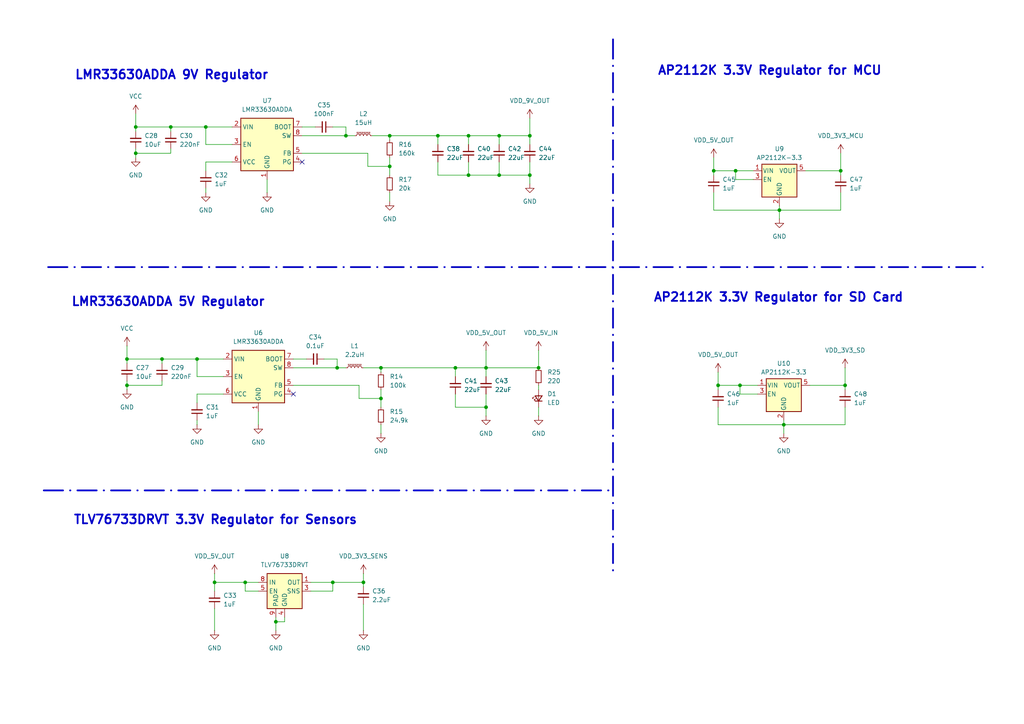
<source format=kicad_sch>
(kicad_sch (version 20250114) (generator "eeschema") (generator_version "9.0")
  (paper "A4")
  (lib_symbols
    (symbol "Device:C_Small" (pin_numbers (hide yes)) (pin_names (offset 0.254) (hide yes))
      (property "Reference" "C" (at 0.254 1.778 0))
      (property "Value" "C_Small" (at 0.254 -2.032 0))
      (symbol "C_Small_0_1"
        (polyline (pts (xy -1.524 0.508) (xy 1.524 0.508)) (stroke (width 0.3048)))
        (polyline (pts (xy -1.524 -0.508) (xy 1.524 -0.508)) (stroke (width 0.3302)))
      )
      (symbol "C_Small_1_1"
        (pin passive line (at 0 2.54 270) (length 2.032) (name "~") (number "1"))
        (pin passive line (at 0 -2.54 90) (length 2.032) (name "~") (number "2"))
      )
    )
    (symbol "Device:LED_Small" (pin_numbers (hide yes)) (pin_names (offset 0.254) (hide yes))
      (property "Reference" "D" (at -1.27 3.175 0))
      (property "Value" "LED_Small" (at -4.445 -2.54 0))
      (symbol "LED_Small_0_1"
        (polyline (pts (xy -0.762 -1.016) (xy -0.762 1.016)) (stroke (width 0.254)))
        (polyline (pts (xy 0 0.762) (xy -0.508 1.27) (xy -0.254 1.27) (xy -0.508 1.27) (xy -0.508 1.016)))
        (polyline (pts (xy 0.508 1.27) (xy 0 1.778) (xy 0.254 1.778) (xy 0 1.778) (xy 0 1.524)))
        (polyline (pts (xy 0.762 -1.016) (xy -0.762 0) (xy 0.762 1.016) (xy 0.762 -1.016)) (stroke (width 0.254)))
        (polyline (pts (xy 1.016 0) (xy -0.762 0)))
      )
      (symbol "LED_Small_1_1"
        (pin passive line (at -2.54 0 0) (length 1.778) (name "K") (number "1"))
        (pin passive line (at 2.54 0 180) (length 1.778) (name "A") (number "2"))
      )
    )
    (symbol "Device:L_Ferrite_Small" (pin_numbers (hide yes)) (pin_names (offset 0.254) (hide yes))
      (property "Reference" "L" (at 1.27 1.016 0))
      (property "Value" "L_Ferrite_Small" (at 1.27 -1.27 0))
      (symbol "L_Ferrite_Small_0_1"
        (arc (start 0 2.032) (mid 0.5058 1.524) (end 0 1.016))
        (arc (start 0 1.016) (mid 0.5058 0.508) (end 0 0))
        (arc (start 0 0) (mid 0.5058 -0.508) (end 0 -1.016))
        (arc (start 0 -1.016) (mid 0.5058 -1.524) (end 0 -2.032))
        (polyline (pts (xy 0.762 1.651) (xy 0.762 1.905)))
        (polyline (pts (xy 0.762 1.143) (xy 0.762 1.397)))
        (polyline (pts (xy 0.762 0.635) (xy 0.762 0.889)))
        (polyline (pts (xy 0.762 0.127) (xy 0.762 0.381)))
        (polyline (pts (xy 0.762 -0.381) (xy 0.762 -0.127)))
        (polyline (pts (xy 0.762 -0.889) (xy 0.762 -0.635)))
        (polyline (pts (xy 0.762 -1.397) (xy 0.762 -1.143)))
        (polyline (pts (xy 0.762 -1.905) (xy 0.762 -1.651)))
        (polyline (pts (xy 1.016 1.905) (xy 1.016 1.651)))
        (polyline (pts (xy 1.016 1.397) (xy 1.016 1.143)))
        (polyline (pts (xy 1.016 0.889) (xy 1.016 0.635)))
        (polyline (pts (xy 1.016 0.381) (xy 1.016 0.127)))
        (polyline (pts (xy 1.016 -0.127) (xy 1.016 -0.381)))
        (polyline (pts (xy 1.016 -0.635) (xy 1.016 -0.889)))
        (polyline (pts (xy 1.016 -1.143) (xy 1.016 -1.397)))
        (polyline (pts (xy 1.016 -1.651) (xy 1.016 -1.905)))
      )
      (symbol "L_Ferrite_Small_1_1"
        (pin passive line (at 0 2.54 270) (length 0.508) (name "~") (number "1"))
        (pin passive line (at 0 -2.54 90) (length 0.508) (name "~") (number "2"))
      )
    )
    (symbol "Device:R_Small" (pin_numbers (hide yes)) (pin_names (offset 0.254) (hide yes))
      (property "Reference" "R" (at 0.762 0.508 0))
      (property "Value" "R_Small" (at 0.762 -1.016 0))
      (symbol "R_Small_0_1"
        (rectangle (start -0.762 1.778) (end 0.762 -1.778) (stroke (width 0.2032)))
      )
      (symbol "R_Small_1_1"
        (pin passive line (at 0 2.54 270) (length 0.762) (name "~") (number "1"))
        (pin passive line (at 0 -2.54 90) (length 0.762) (name "~") (number "2"))
      )
    )
    (symbol "Regulator_Linear:AP2112K-3.3" (pin_names (offset 0.254))
      (property "Reference" "U" (at -5.08 5.715 0))
      (property "Value" "AP2112K-3.3" (at 0 5.715 0))
      (symbol "AP2112K-3.3_0_1"
        (rectangle (start -5.08 4.445) (end 5.08 -5.08) (stroke (width 0.254)) (fill (type background)))
      )
      (symbol "AP2112K-3.3_1_1"
        (pin power_in line (at -7.62 2.54 0) (length 2.54) (name "VIN") (number "1"))
        (pin input line (at -7.62 0 0) (length 2.54) (name "EN") (number "3"))
        (pin power_in line (at 0 -7.62 90) (length 2.54) (name "GND") (number "2"))
        (pin no_connect line (at 5.08 0 180) (length 2.54) (hide yes) (name "NC") (number "4"))
        (pin power_out line (at 7.62 2.54 180) (length 2.54) (name "VOUT") (number "5"))
      )
    )
    (symbol "Regulator_Linear:TLV76733QWDRBxQ1"
      (property "Reference" "U" (at 0 8.89 0))
      (property "Value" "TLV76733QWDRBxQ1" (at 0 6.35 0))
      (symbol "TLV76733QWDRBxQ1_0_1"
        (rectangle (start -5.08 5.08) (end 5.08 -5.08) (stroke (width 0.254)) (fill (type background)))
      )
      (symbol "TLV76733QWDRBxQ1_1_1"
        (pin power_in line (at -7.62 2.54 0) (length 2.54) (name "IN") (number "8"))
        (pin input line (at -7.62 0 0) (length 2.54) (name "EN") (number "5"))
        (pin no_connect line (at -5.08 -2.54 0) (length 2.54) (hide yes) (name "NC") (number "7"))
        (pin passive line (at -2.54 -7.62 90) (length 2.54) (name "PAD") (number "9"))
        (pin power_in line (at 0 -7.62 90) (length 2.54) (name "GND") (number "4"))
        (pin passive line (at 0 -7.62 90) (length 2.54) (hide yes) (name "GND") (number "6"))
        (pin no_connect line (at 5.08 -2.54 180) (length 2.54) (hide yes) (name "NC") (number "2"))
        (pin power_out line (at 7.62 2.54 180) (length 2.54) (name "OUT") (number "1"))
        (pin input line (at 7.62 0 180) (length 2.54) (name "SNS") (number "3"))
      )
    )
    (symbol "Regulator_Switching:LMR33630ADDA"
      (property "Reference" "U" (at 0 11.43 0))
      (property "Value" "LMR33630ADDA" (at 0 8.89 0))
      (symbol "LMR33630ADDA_0_1"
        (rectangle (start -7.62 7.62) (end 7.62 -7.62) (stroke (width 0.254)) (fill (type background)))
      )
      (symbol "LMR33630ADDA_1_1"
        (pin power_in line (at -10.16 5.08 0) (length 2.54) (name "VIN") (number "2"))
        (pin input line (at -10.16 0 0) (length 2.54) (name "EN") (number "3"))
        (pin power_out line (at -10.16 -5.08 0) (length 2.54) (name "VCC") (number "6"))
        (pin power_in line (at 0 -10.16 90) (length 2.54) (name "GND") (number "1"))
        (pin passive line (at 0 -10.16 90) (length 2.54) (hide yes) (name "GND") (number "9"))
        (pin input line (at 10.16 5.08 180) (length 2.54) (name "BOOT") (number "7"))
        (pin output line (at 10.16 2.54 180) (length 2.54) (name "SW") (number "8"))
        (pin input line (at 10.16 -2.54 180) (length 2.54) (name "FB") (number "5"))
        (pin open_collector line (at 10.16 -5.08 180) (length 2.54) (name "PG") (number "4"))
      )
    )
    (symbol "power:GND" (power) (pin_numbers (hide yes)) (pin_names (offset 0) (hide yes))
      (property "Value" "GND" (at 0 -3.81 0))
      (symbol "GND_0_1"
        (polyline (pts (xy 0 0) (xy 0 -1.27) (xy 1.27 -1.27) (xy 0 -2.54) (xy -1.27 -1.27) (xy 0 -1.27)))
      )
      (symbol "GND_1_1"
        (pin power_in line (at 0 0 270) (length 0) (name "~") (number "1"))
      )
    )
    (symbol "power:VCC" (power) (pin_numbers (hide yes)) (pin_names (offset 0) (hide yes))
      (property "Value" "VCC" (at 0 3.556 0))
      (symbol "VCC_0_1"
        (polyline (pts (xy -0.762 1.27) (xy 0 2.54)))
        (polyline (pts (xy 0 2.54) (xy 0.762 1.27)))
        (polyline (pts (xy 0 0) (xy 0 2.54)))
      )
      (symbol "VCC_1_1"
        (pin power_in line (at 0 0 90) (length 0) (name "~") (number "1"))
      )
    )
  )
  (text "TLV76733DRVT 3.3V Regulator for Sensors" (at 62.484 150.876 0) (effects (font (size 2.54 2.54) (thickness 0.508) (bold yes))))
  (text "AP2112K 3.3V Regulator for MCU" (at 223.266 20.574 0) (effects (font (size 2.54 2.54) (thickness 0.508) (bold yes))))
  (text "AP2112K 3.3V Regulator for SD Card" (at 225.806 86.36 0) (effects (font (size 2.54 2.54) (thickness 0.508) (bold yes))))
  (text "LMR33630ADDA 9V Regulator\n" (at 49.784 21.844 0) (effects (font (size 2.54 2.54) (thickness 0.508) (bold yes))))
  (text "LMR33630ADDA 5V Regulator\n" (at 48.768 87.63 0) (effects (font (size 2.54 2.54) (thickness 0.508) (bold yes))))
  (junction (at 144.78 39.37))
  (junction (at 57.15 104.14))
  (junction (at 97.79 106.68))
  (junction (at 135.89 39.37))
  (junction (at 39.37 44.45))
  (junction (at 39.37 36.83))
  (junction (at 153.67 39.37))
  (junction (at 226.06 60.96))
  (junction (at 213.36 49.53))
  (junction (at 153.67 50.8))
  (junction (at 49.53 36.83))
  (junction (at 245.11 111.76))
  (junction (at 100.33 39.37))
  (junction (at 214.63 111.76))
  (junction (at 113.03 48.26))
  (junction (at 132.08 106.68))
  (junction (at 80.01 180.34))
  (junction (at 113.03 39.37))
  (junction (at 59.69 36.83))
  (junction (at 208.28 111.76))
  (junction (at 46.99 104.14))
  (junction (at 156.21 106.68))
  (junction (at 140.97 106.68))
  (junction (at 71.12 168.91))
  (junction (at 36.83 104.14))
  (junction (at 105.41 168.91))
  (junction (at 96.52 168.91))
  (junction (at 140.97 118.11))
  (junction (at 243.84 49.53))
  (junction (at 227.33 123.19))
  (junction (at 62.23 168.91))
  (junction (at 110.49 106.68))
  (junction (at 207.01 49.53))
  (junction (at 135.89 50.8))
  (junction (at 110.49 115.57))
  (junction (at 36.83 111.76))
  (junction (at 127 39.37))
  (junction (at 144.78 50.8))
  (no_connect (at 87.63 46.99))
  (no_connect (at 85.09 114.3))
  (wire (pts (xy 132.08 118.11) (xy 140.97 118.11)))
  (wire (pts (xy 57.15 104.14) (xy 46.99 104.14)))
  (wire (pts (xy 127 41.91) (xy 127 39.37)))
  (wire (pts (xy 153.67 39.37) (xy 144.78 39.37)))
  (wire (pts (xy 57.15 109.22) (xy 57.15 104.14)))
  (wire (pts (xy 113.03 45.72) (xy 113.03 48.26)))
  (wire (pts (xy 213.36 49.53) (xy 207.01 49.53)))
  (wire (pts (xy 67.31 46.99) (xy 59.69 46.99)))
  (wire (pts (xy 62.23 176.53) (xy 62.23 182.88)))
  (wire (pts (xy 105.41 170.18) (xy 105.41 168.91)))
  (wire (pts (xy 110.49 106.68) (xy 132.08 106.68)))
  (wire (pts (xy 104.14 111.76) (xy 104.14 115.57)))
  (wire (pts (xy 85.09 104.14) (xy 88.9 104.14)))
  (wire (pts (xy 85.09 111.76) (xy 104.14 111.76)))
  (wire (pts (xy 85.09 106.68) (xy 97.79 106.68)))
  (wire (pts (xy 135.89 46.99) (xy 135.89 50.8)))
  (wire (pts (xy 90.17 171.45) (xy 96.52 171.45)))
  (wire (pts (xy 64.77 114.3) (xy 57.15 114.3)))
  (wire (pts (xy 245.11 123.19) (xy 227.33 123.19)))
  (wire (pts (xy 243.84 55.88) (xy 243.84 60.96)))
  (wire (pts (xy 214.63 114.3) (xy 214.63 111.76)))
  (wire (pts (xy 233.68 49.53) (xy 243.84 49.53)))
  (wire (pts (xy 59.69 54.61) (xy 59.69 55.88)))
  (wire (pts (xy 39.37 43.18) (xy 39.37 44.45)))
  (wire (pts (xy 243.84 60.96) (xy 226.06 60.96)))
  (wire (pts (xy 140.97 109.22) (xy 140.97 106.68)))
  (wire (pts (xy 39.37 33.02) (xy 39.37 36.83)))
  (wire (pts (xy 113.03 48.26) (xy 113.03 50.8)))
  (wire (pts (xy 140.97 114.3) (xy 140.97 118.11)))
  (wire (pts (xy 234.95 111.76) (xy 245.11 111.76)))
  (wire (pts (xy 77.47 52.07) (xy 77.47 55.88)))
  (wire (pts (xy 135.89 50.8) (xy 144.78 50.8)))
  (wire (pts (xy 243.84 44.45) (xy 243.84 49.53)))
  (wire (pts (xy 36.83 104.14) (xy 46.99 104.14)))
  (wire (pts (xy 74.93 119.38) (xy 74.93 123.19)))
  (wire (pts (xy 227.33 123.19) (xy 227.33 125.73)))
  (wire (pts (xy 87.63 36.83) (xy 91.44 36.83)))
  (wire (pts (xy 132.08 109.22) (xy 132.08 106.68)))
  (wire (pts (xy 156.21 113.03) (xy 156.21 111.76)))
  (wire (pts (xy 113.03 39.37) (xy 113.03 40.64)))
  (wire (pts (xy 245.11 111.76) (xy 245.11 113.03)))
  (wire (pts (xy 105.41 175.26) (xy 105.41 182.88)))
  (wire (pts (xy 144.78 39.37) (xy 135.89 39.37)))
  (wire (pts (xy 110.49 113.03) (xy 110.49 115.57)))
  (wire (pts (xy 243.84 49.53) (xy 243.84 50.8)))
  (wire (pts (xy 208.28 123.19) (xy 227.33 123.19)))
  (wire (pts (xy 67.31 36.83) (xy 59.69 36.83)))
  (wire (pts (xy 67.31 41.91) (xy 59.69 41.91)))
  (wire (pts (xy 97.79 104.14) (xy 97.79 106.68)))
  (wire (pts (xy 156.21 106.68) (xy 156.21 101.6)))
  (wire (pts (xy 113.03 55.88) (xy 113.03 58.42)))
  (wire (pts (xy 144.78 50.8) (xy 153.67 50.8)))
  (wire (pts (xy 97.79 106.68) (xy 100.33 106.68)))
  (wire (pts (xy 144.78 46.99) (xy 144.78 50.8)))
  (wire (pts (xy 87.63 39.37) (xy 100.33 39.37)))
  (wire (pts (xy 140.97 101.6) (xy 140.97 106.68)))
  (wire (pts (xy 127 46.99) (xy 127 50.8)))
  (wire (pts (xy 207.01 49.53) (xy 207.01 50.8)))
  (wire (pts (xy 82.55 180.34) (xy 80.01 180.34)))
  (wire (pts (xy 80.01 180.34) (xy 80.01 182.88)))
  (wire (pts (xy 214.63 111.76) (xy 208.28 111.76)))
  (wire (pts (xy 207.01 45.72) (xy 207.01 49.53)))
  (wire (pts (xy 87.63 44.45) (xy 106.68 44.45)))
  (wire (pts (xy 49.53 43.18) (xy 49.53 44.45)))
  (wire (pts (xy 59.69 36.83) (xy 49.53 36.83)))
  (polyline (pts (xy 12.7 142.24) (xy 177.8 142.24)) (stroke (width 0.508) (type dash_dot)))
  (wire (pts (xy 90.17 168.91) (xy 96.52 168.91)))
  (wire (pts (xy 71.12 171.45) (xy 71.12 168.91)))
  (wire (pts (xy 156.21 118.11) (xy 156.21 120.65)))
  (wire (pts (xy 71.12 168.91) (xy 62.23 168.91)))
  (wire (pts (xy 100.33 39.37) (xy 102.87 39.37)))
  (wire (pts (xy 208.28 107.95) (xy 208.28 111.76)))
  (wire (pts (xy 62.23 166.37) (xy 62.23 168.91)))
  (wire (pts (xy 135.89 39.37) (xy 127 39.37)))
  (wire (pts (xy 153.67 46.99) (xy 153.67 50.8)))
  (wire (pts (xy 110.49 123.19) (xy 110.49 125.73)))
  (wire (pts (xy 226.06 59.69) (xy 226.06 60.96)))
  (wire (pts (xy 140.97 106.68) (xy 132.08 106.68)))
  (wire (pts (xy 153.67 34.29) (xy 153.67 39.37)))
  (wire (pts (xy 46.99 104.14) (xy 46.99 105.41)))
  (wire (pts (xy 80.01 179.07) (xy 80.01 180.34)))
  (wire (pts (xy 93.98 104.14) (xy 97.79 104.14)))
  (wire (pts (xy 208.28 111.76) (xy 208.28 113.03)))
  (wire (pts (xy 57.15 121.92) (xy 57.15 123.19)))
  (wire (pts (xy 106.68 44.45) (xy 106.68 48.26)))
  (wire (pts (xy 226.06 60.96) (xy 226.06 63.5)))
  (wire (pts (xy 39.37 36.83) (xy 49.53 36.83)))
  (wire (pts (xy 59.69 46.99) (xy 59.69 49.53)))
  (polyline (pts (xy 13.97 77.47) (xy 285.75 77.47)) (stroke (width 0.508) (type dash_dot)))
  (wire (pts (xy 127 39.37) (xy 113.03 39.37)))
  (wire (pts (xy 46.99 110.49) (xy 46.99 111.76)))
  (wire (pts (xy 135.89 41.91) (xy 135.89 39.37)))
  (wire (pts (xy 106.68 48.26) (xy 113.03 48.26)))
  (wire (pts (xy 100.33 36.83) (xy 100.33 39.37)))
  (wire (pts (xy 105.41 166.37) (xy 105.41 168.91)))
  (wire (pts (xy 140.97 118.11) (xy 140.97 120.65)))
  (wire (pts (xy 64.77 109.22) (xy 57.15 109.22)))
  (wire (pts (xy 57.15 114.3) (xy 57.15 116.84)))
  (wire (pts (xy 153.67 41.91) (xy 153.67 39.37)))
  (wire (pts (xy 36.83 110.49) (xy 36.83 111.76)))
  (wire (pts (xy 74.93 168.91) (xy 71.12 168.91)))
  (wire (pts (xy 39.37 44.45) (xy 49.53 44.45)))
  (wire (pts (xy 144.78 41.91) (xy 144.78 39.37)))
  (wire (pts (xy 132.08 114.3) (xy 132.08 118.11)))
  (wire (pts (xy 36.83 105.41) (xy 36.83 104.14)))
  (wire (pts (xy 127 50.8) (xy 135.89 50.8)))
  (wire (pts (xy 213.36 52.07) (xy 213.36 49.53)))
  (wire (pts (xy 39.37 38.1) (xy 39.37 36.83)))
  (wire (pts (xy 218.44 52.07) (xy 213.36 52.07)))
  (wire (pts (xy 245.11 118.11) (xy 245.11 123.19)))
  (wire (pts (xy 96.52 168.91) (xy 105.41 168.91)))
  (wire (pts (xy 219.71 111.76) (xy 214.63 111.76)))
  (wire (pts (xy 140.97 106.68) (xy 156.21 106.68)))
  (wire (pts (xy 105.41 106.68) (xy 110.49 106.68)))
  (wire (pts (xy 153.67 50.8) (xy 153.67 53.34)))
  (wire (pts (xy 107.95 39.37) (xy 113.03 39.37)))
  (wire (pts (xy 64.77 104.14) (xy 57.15 104.14)))
  (wire (pts (xy 36.83 111.76) (xy 46.99 111.76)))
  (wire (pts (xy 208.28 118.11) (xy 208.28 123.19)))
  (wire (pts (xy 110.49 115.57) (xy 110.49 118.11)))
  (wire (pts (xy 219.71 114.3) (xy 214.63 114.3)))
  (wire (pts (xy 82.55 179.07) (xy 82.55 180.34)))
  (wire (pts (xy 49.53 36.83) (xy 49.53 38.1)))
  (wire (pts (xy 36.83 100.33) (xy 36.83 104.14)))
  (wire (pts (xy 207.01 60.96) (xy 226.06 60.96)))
  (wire (pts (xy 104.14 115.57) (xy 110.49 115.57)))
  (wire (pts (xy 110.49 106.68) (xy 110.49 107.95)))
  (wire (pts (xy 227.33 121.92) (xy 227.33 123.19)))
  (polyline (pts (xy 177.8 11.43) (xy 177.8 166.37)) (stroke (width 0.508) (type dash_dot)))
  (wire (pts (xy 245.11 106.68) (xy 245.11 111.76)))
  (wire (pts (xy 36.83 111.76) (xy 36.83 113.03)))
  (wire (pts (xy 39.37 44.45) (xy 39.37 45.72)))
  (wire (pts (xy 59.69 41.91) (xy 59.69 36.83)))
  (wire (pts (xy 218.44 49.53) (xy 213.36 49.53)))
  (wire (pts (xy 96.52 36.83) (xy 100.33 36.83)))
  (wire (pts (xy 96.52 171.45) (xy 96.52 168.91)))
  (wire (pts (xy 74.93 171.45) (xy 71.12 171.45)))
  (wire (pts (xy 62.23 168.91) (xy 62.23 171.45)))
  (wire (pts (xy 207.01 55.88) (xy 207.01 60.96)))
  (symbol (lib_id "Device:C_Small") (at 91.44 104.14 270) (unit 1)
    (property "Reference" "C34" (at 91.4336 97.79 90))
    (property "Value" "0.1uF" (at 91.4336 100.33 90))
    (property "Footprint" "Capacitor_SMD:C_0402_1005Metric" (effects (hide yes)))
    (property "Description" "Unpolarized capacitor, small symbol" (effects (hide yes)))
    (instances (project "Autopilot DronmarketV2" (path "" (reference "C34") (unit 1))) (project "Autopilot Dronmarket" (path "" (reference "C12") (unit 1))))
  )
  (symbol (lib_id "power:GND") (at 74.93 123.19 0) (unit 1)
    (property "Reference" "#PWR0183" (effects (hide yes)))
    (property "Value" "GND" (at 74.93 128.27 0))
    (property "Description" "Power symbol creates a global label with name \"GND\" , ground" (effects (hide yes)))
    (instances (project "Autopilot DronmarketV2" (path "" (reference "#PWR0183") (unit 1))) (project "Autopilot Dronmarket" (path "" (reference "#PWR011") (unit 1))))
  )
  (symbol (lib_id "power:GND") (at 140.97 120.65 0) (unit 1)
    (property "Reference" "#PWR0175" (effects (hide yes)))
    (property "Value" "GND" (at 140.97 125.73 0))
    (property "Description" "Power symbol creates a global label with name \"GND\" , ground" (effects (hide yes)))
    (instances (project "Autopilot DronmarketV2" (path "" (reference "#PWR0175") (unit 1))) (project "Autopilot Dronmarket" (path "" (reference "#PWR014") (unit 1))))
  )
  (symbol (lib_id "power:GND") (at 105.41 182.88 0) (unit 1)
    (property "Reference" "#PWR0180" (effects (hide yes)))
    (property "Value" "GND" (at 105.41 187.96 0))
    (property "Description" "Power symbol creates a global label with name \"GND\" , ground" (effects (hide yes)))
    (instances (project "Autopilot DronmarketV2" (path "" (reference "#PWR0180") (unit 1))) (project "Autopilot Dronmarket" (path "" (reference "#PWR025") (unit 1))))
  )
  (symbol (lib_id "power:VCC") (at 243.84 44.45 0) (unit 1)
    (property "Reference" "#PWR0161" (effects (hide yes)))
    (property "Value" "VDD_3V3_MCU" (at 243.84 39.37 0))
    (property "Description" "Power symbol creates a global label with name \"VCC\"" (effects (hide yes)))
    (instances (project "Autopilot DronmarketV2" (path "" (reference "#PWR0161") (unit 1))) (project "Autopilot Dronmarket" (path "" (reference "#PWR040") (unit 1))))
  )
  (symbol (lib_id "Device:C_Small") (at 208.28 115.57 180) (unit 1)
    (property "Reference" "C46" (at 210.82 114.2935 0) (effects (justify right)))
    (property "Value" "1uF" (at 210.82 116.8335 0) (effects (justify right)))
    (property "Footprint" "Capacitor_SMD:C_0402_1005Metric" (effects (hide yes)))
    (property "Description" "Unpolarized capacitor, small symbol" (effects (hide yes)))
    (instances (project "Autopilot DronmarketV2" (path "" (reference "C46") (unit 1))) (project "Autopilot Dronmarket" (path "" (reference "C19") (unit 1))))
  )
  (symbol (lib_id "Device:C_Small") (at 57.15 119.38 180) (unit 1)
    (property "Reference" "C31" (at 59.69 118.1035 0) (effects (justify right)))
    (property "Value" "1uF" (at 59.69 120.6435 0) (effects (justify right)))
    (property "Footprint" "Capacitor_SMD:C_0402_1005Metric" (effects (hide yes)))
    (property "Description" "Unpolarized capacitor, small symbol" (effects (hide yes)))
    (instances (project "Autopilot DronmarketV2" (path "" (reference "C31") (unit 1))) (project "Autopilot Dronmarket" (path "" (reference "C11") (unit 1))))
  )
  (symbol (lib_id "power:VCC") (at 208.28 107.95 0) (unit 1)
    (property "Reference" "#PWR0164" (effects (hide yes)))
    (property "Value" "VDD_5V_OUT" (at 208.28 102.87 0))
    (property "Description" "Power symbol creates a global label with name \"VCC\"" (effects (hide yes)))
    (instances (project "Autopilot DronmarketV2" (path "" (reference "#PWR0164") (unit 1))) (project "Autopilot Dronmarket" (path "" (reference "#PWR019") (unit 1))))
  )
  (symbol (lib_id "power:VCC") (at 245.11 106.68 0) (unit 1)
    (property "Reference" "#PWR0166" (effects (hide yes)))
    (property "Value" "VDD_3V3_SD" (at 245.11 101.6 0))
    (property "Description" "Power symbol creates a global label with name \"VCC\"" (effects (hide yes)))
    (instances (project "Autopilot DronmarketV2" (path "" (reference "#PWR0166") (unit 1))) (project "Autopilot Dronmarket" (path "" (reference "#PWR020") (unit 1))))
  )
  (symbol (lib_id "power:VCC") (at 140.97 101.6 0) (unit 1)
    (property "Reference" "#PWR0173" (effects (hide yes)))
    (property "Value" "VDD_5V_OUT" (at 140.97 96.52 0))
    (property "Description" "Power symbol creates a global label with name \"VCC\"" (effects (hide yes)))
    (instances (project "Autopilot DronmarketV2" (path "" (reference "#PWR0173") (unit 1))) (project "Autopilot Dronmarket" (path "" (reference "#PWR013") (unit 1))))
  )
  (symbol (lib_id "Device:C_Small") (at 46.99 107.95 180) (unit 1)
    (property "Reference" "C29" (at 49.53 106.6735 0) (effects (justify right)))
    (property "Value" "220nF" (at 49.53 109.2135 0) (effects (justify right)))
    (property "Footprint" "Capacitor_SMD:C_0402_1005Metric" (effects (hide yes)))
    (property "Description" "Unpolarized capacitor, small symbol" (effects (hide yes)))
    (instances (project "Autopilot DronmarketV2" (path "" (reference "C29") (unit 1))) (project "Autopilot Dronmarket" (path "" (reference "C10") (unit 1))))
  )
  (symbol (lib_id "power:GND") (at 57.15 123.19 0) (unit 1)
    (property "Reference" "#PWR0184" (effects (hide yes)))
    (property "Value" "GND" (at 57.15 128.27 0))
    (property "Description" "Power symbol creates a global label with name \"GND\" , ground" (effects (hide yes)))
    (instances (project "Autopilot DronmarketV2" (path "" (reference "#PWR0184") (unit 1))) (project "Autopilot Dronmarket" (path "" (reference "#PWR010") (unit 1))))
  )
  (symbol (lib_id "Regulator_Linear:TLV76733QWDRBxQ1") (at 82.55 171.45 0) (unit 1)
    (property "Reference" "U8" (at 82.55 161.29 0))
    (property "Value" "TLV76733DRVT" (at 82.55 163.83 0))
    (property "Footprint" "TLV76733DRVT:SON65P200X200X80-7N" (effects (hide yes)))
    (property "Datasheet" "www.ti.com/lit/gpn/TLV767-q1" (effects (hide yes)))
    (property "Description" "1A, 16V Precision Linear Voltage Regulator, with enable pin, Fixed Output 3.3V, VSON-8" (effects (hide yes)))
    (instances (project "Autopilot DronmarketV2" (path "" (reference "U8") (unit 1))) (project "" (path "" (reference "U7") (unit 1))))
  )
  (symbol (lib_id "Regulator_Linear:AP2112K-3.3") (at 227.33 114.3 0) (unit 1)
    (property "Reference" "U10" (at 227.33 105.41 0))
    (property "Value" "AP2112K-3.3" (at 227.33 107.95 0))
    (property "Footprint" "Package_TO_SOT_SMD:SOT-23-5" (effects (hide yes)))
    (property "Datasheet" "https://www.diodes.com/assets/Datasheets/AP2112.pdf" (effects (hide yes)))
    (property "Description" "600mA low dropout linear regulator, with enable pin, 3.8V-6V input voltage range, 3.3V fixed positive output, SOT-23-5" (effects (hide yes)))
    (instances (project "Autopilot DronmarketV2" (path "" (reference "U10") (unit 1))) (project "" (path "" (reference "U5") (unit 1))))
  )
  (symbol (lib_id "power:VCC") (at 156.21 101.6 0) (unit 1)
    (property "Reference" "#PWR0171" (effects (hide yes)))
    (property "Value" "VDD_5V_IN" (at 151.892 96.52 0) (effects (justify left)))
    (property "Description" "Power symbol creates a global label with name \"VCC\"" (effects (hide yes)))
    (instances (project "Autopilot DronmarketV2" (path "" (reference "#PWR0171") (unit 1))) (project "Autopilot Dronmarket" (path "" (reference "#PWR096") (unit 1))))
  )
  (symbol (lib_id "power:VCC") (at 36.83 100.33 0) (unit 1)
    (property "Reference" "#PWR0174" (effects (hide yes)))
    (property "Value" "VCC" (at 36.83 95.25 0))
    (property "Description" "Power symbol creates a global label with name \"VCC\"" (effects (hide yes)))
    (instances (project "Autopilot DronmarketV2" (path "" (reference "#PWR0174") (unit 1))) (project "Autopilot Dronmarket" (path "" (reference "#PWR08") (unit 1))))
  )
  (symbol (lib_id "power:GND") (at 36.83 113.03 0) (unit 1)
    (property "Reference" "#PWR0185" (effects (hide yes)))
    (property "Value" "GND" (at 36.83 118.11 0))
    (property "Description" "Power symbol creates a global label with name \"GND\" , ground" (effects (hide yes)))
    (instances (project "Autopilot DronmarketV2" (path "" (reference "#PWR0185") (unit 1))) (project "Autopilot Dronmarket" (path "" (reference "#PWR09") (unit 1))))
  )
  (symbol (lib_id "Device:R_Small") (at 110.49 120.65 0) (unit 1)
    (property "Reference" "R15" (at 113.03 119.3799 0) (effects (justify left)))
    (property "Value" "24.9k" (at 113.03 121.9199 0) (effects (justify left)))
    (property "Footprint" "Resistor_SMD:R_0402_1005Metric" (effects (hide yes)))
    (property "Description" "Resistor, small symbol" (effects (hide yes)))
    (instances (project "Autopilot DronmarketV2" (path "" (reference "R15") (unit 1))) (project "Autopilot Dronmarket" (path "" (reference "R4") (unit 1))))
  )
  (symbol (lib_id "Device:C_Small") (at 62.23 173.99 180) (unit 1)
    (property "Reference" "C33" (at 64.77 172.7135 0) (effects (justify right)))
    (property "Value" "1uF" (at 64.77 175.2535 0) (effects (justify right)))
    (property "Footprint" "Capacitor_SMD:C_0402_1005Metric" (effects (hide yes)))
    (property "Description" "Unpolarized capacitor, small symbol" (effects (hide yes)))
    (instances (project "Autopilot DronmarketV2" (path "" (reference "C33") (unit 1))) (project "Autopilot Dronmarket" (path "" (reference "C21") (unit 1))))
  )
  (symbol (lib_id "Device:C_Small") (at 127 44.45 180) (unit 1)
    (property "Reference" "C38" (at 129.54 43.1735 0) (effects (justify right)))
    (property "Value" "22uF" (at 129.54 45.7135 0) (effects (justify right)))
    (property "Footprint" "Capacitor_SMD:C_0402_1005Metric" (effects (hide yes)))
    (property "Description" "Unpolarized capacitor, small symbol" (effects (hide yes)))
    (instances (project "Autopilot DronmarketV2" (path "" (reference "C38") (unit 1))) (project "Autopilot Dronmarket" (path "" (reference "C5") (unit 1))))
  )
  (symbol (lib_id "power:GND") (at 226.06 63.5 0) (unit 1)
    (property "Reference" "#PWR0163" (effects (hide yes)))
    (property "Value" "GND" (at 226.06 68.58 0))
    (property "Description" "Power symbol creates a global label with name \"GND\" , ground" (effects (hide yes)))
    (instances (project "Autopilot DronmarketV2" (path "" (reference "#PWR0163") (unit 1))) (project "Autopilot Dronmarket" (path "" (reference "#PWR039") (unit 1))))
  )
  (symbol (lib_id "Device:C_Small") (at 243.84 53.34 180) (unit 1)
    (property "Reference" "C47" (at 246.38 52.0635 0) (effects (justify right)))
    (property "Value" "1uF" (at 246.38 54.6035 0) (effects (justify right)))
    (property "Footprint" "Capacitor_SMD:C_0402_1005Metric" (effects (hide yes)))
    (property "Description" "Unpolarized capacitor, small symbol" (effects (hide yes)))
    (instances (project "Autopilot DronmarketV2" (path "" (reference "C47") (unit 1))) (project "Autopilot Dronmarket" (path "" (reference "C36") (unit 1))))
  )
  (symbol (lib_id "Device:R_Small") (at 110.49 110.49 0) (unit 1)
    (property "Reference" "R14" (at 113.03 109.2199 0) (effects (justify left)))
    (property "Value" "100k" (at 113.03 111.7599 0) (effects (justify left)))
    (property "Footprint" "Resistor_SMD:R_0402_1005Metric" (effects (hide yes)))
    (property "Description" "Resistor, small symbol" (effects (hide yes)))
    (instances (project "Autopilot DronmarketV2" (path "" (reference "R14") (unit 1))) (project "Autopilot Dronmarket" (path "" (reference "R3") (unit 1))))
  )
  (symbol (lib_id "power:GND") (at 110.49 125.73 0) (unit 1)
    (property "Reference" "#PWR0172" (effects (hide yes)))
    (property "Value" "GND" (at 110.49 130.81 0))
    (property "Description" "Power symbol creates a global label with name \"GND\" , ground" (effects (hide yes)))
    (instances (project "Autopilot DronmarketV2" (path "" (reference "#PWR0172") (unit 1))) (project "Autopilot Dronmarket" (path "" (reference "#PWR012") (unit 1))))
  )
  (symbol (lib_id "Device:R_Small") (at 156.21 109.22 0) (unit 1)
    (property "Reference" "R25" (at 158.75 107.9499 0) (effects (justify left)))
    (property "Value" "220" (at 158.75 110.4899 0) (effects (justify left)))
    (property "Footprint" "Resistor_SMD:R_0402_1005Metric" (effects (hide yes)))
    (property "Description" "Resistor, small symbol" (effects (hide yes)))
  )
  (symbol (lib_id "Device:C_Small") (at 59.69 52.07 180) (unit 1)
    (property "Reference" "C32" (at 62.23 50.7935 0) (effects (justify right)))
    (property "Value" "1uF" (at 62.23 53.3335 0) (effects (justify right)))
    (property "Footprint" "Capacitor_SMD:C_0402_1005Metric" (effects (hide yes)))
    (property "Description" "Unpolarized capacitor, small symbol" (effects (hide yes)))
    (instances (project "Autopilot DronmarketV2" (path "" (reference "C32") (unit 1))) (project "Autopilot Dronmarket" (path "" (reference "C3") (unit 1))))
  )
  (symbol (lib_id "Device:C_Small") (at 144.78 44.45 180) (unit 1)
    (property "Reference" "C42" (at 147.32 43.1735 0) (effects (justify right)))
    (property "Value" "22uF" (at 147.32 45.7135 0) (effects (justify right)))
    (property "Footprint" "Capacitor_SMD:C_0402_1005Metric" (effects (hide yes)))
    (property "Description" "Unpolarized capacitor, small symbol" (effects (hide yes)))
    (instances (project "Autopilot DronmarketV2" (path "" (reference "C42") (unit 1))) (project "Autopilot Dronmarket" (path "" (reference "C7") (unit 1))))
  )
  (symbol (lib_id "power:VCC") (at 207.01 45.72 0) (unit 1)
    (property "Reference" "#PWR0162" (effects (hide yes)))
    (property "Value" "VDD_5V_OUT" (at 207.01 40.64 0))
    (property "Description" "Power symbol creates a global label with name \"VCC\"" (effects (hide yes)))
    (instances (project "Autopilot DronmarketV2" (path "" (reference "#PWR0162") (unit 1))) (project "Autopilot Dronmarket" (path "" (reference "#PWR038") (unit 1))))
  )
  (symbol (lib_id "Device:C_Small") (at 153.67 44.45 180) (unit 1)
    (property "Reference" "C44" (at 156.21 43.1735 0) (effects (justify right)))
    (property "Value" "22uF" (at 156.21 45.7135 0) (effects (justify right)))
    (property "Footprint" "Capacitor_SMD:C_0402_1005Metric" (effects (hide yes)))
    (property "Description" "Unpolarized capacitor, small symbol" (effects (hide yes)))
    (instances (project "Autopilot DronmarketV2" (path "" (reference "C44") (unit 1))) (project "Autopilot Dronmarket" (path "" (reference "C8") (unit 1))))
  )
  (symbol (lib_id "Device:C_Small") (at 36.83 107.95 180) (unit 1)
    (property "Reference" "C27" (at 39.37 106.6735 0) (effects (justify right)))
    (property "Value" "10uF" (at 39.37 109.2135 0) (effects (justify right)))
    (property "Footprint" "Capacitor_SMD:C_0402_1005Metric" (effects (hide yes)))
    (property "Description" "Unpolarized capacitor, small symbol" (effects (hide yes)))
    (instances (project "Autopilot DronmarketV2" (path "" (reference "C27") (unit 1))) (project "Autopilot Dronmarket" (path "" (reference "C9") (unit 1))))
  )
  (symbol (lib_id "power:GND") (at 153.67 53.34 0) (unit 1)
    (property "Reference" "#PWR0176" (effects (hide yes)))
    (property "Value" "GND" (at 153.67 58.42 0))
    (property "Description" "Power symbol creates a global label with name \"GND\" , ground" (effects (hide yes)))
    (instances (project "Autopilot DronmarketV2" (path "" (reference "#PWR0176") (unit 1))) (project "Autopilot Dronmarket" (path "" (reference "#PWR06") (unit 1))))
  )
  (symbol (lib_id "power:GND") (at 39.37 45.72 0) (unit 1)
    (property "Reference" "#PWR0168" (effects (hide yes)))
    (property "Value" "GND" (at 39.37 50.8 0))
    (property "Description" "Power symbol creates a global label with name \"GND\" , ground" (effects (hide yes)))
    (instances (project "Autopilot DronmarketV2" (path "" (reference "#PWR0168") (unit 1))) (project "" (path "" (reference "#PWR02") (unit 1))))
  )
  (symbol (lib_id "Device:LED_Small") (at 156.21 115.57 90) (unit 1)
    (property "Reference" "D1" (at 158.75 114.2364 90) (effects (justify right)))
    (property "Value" "LED" (at 158.75 116.7764 90) (effects (justify right)))
    (property "Footprint" "LED_SMD:LED_0603_1608Metric" (effects (hide yes)))
    (property "Description" "Light emitting diode, small symbol" (effects (hide yes)))
    (property "Sim.Pin" "1=K 2=A" (effects (hide yes)))
  )
  (symbol (lib_id "power:GND") (at 77.47 55.88 0) (unit 1)
    (property "Reference" "#PWR0170" (effects (hide yes)))
    (property "Value" "GND" (at 77.47 60.96 0))
    (property "Description" "Power symbol creates a global label with name \"GND\" , ground" (effects (hide yes)))
    (instances (project "Autopilot DronmarketV2" (path "" (reference "#PWR0170") (unit 1))) (project "Autopilot Dronmarket" (path "" (reference "#PWR03") (unit 1))))
  )
  (symbol (lib_id "power:GND") (at 227.33 125.73 0) (unit 1)
    (property "Reference" "#PWR0165" (effects (hide yes)))
    (property "Value" "GND" (at 227.33 130.81 0))
    (property "Description" "Power symbol creates a global label with name \"GND\" , ground" (effects (hide yes)))
    (instances (project "Autopilot DronmarketV2" (path "" (reference "#PWR0165") (unit 1))) (project "Autopilot Dronmarket" (path "" (reference "#PWR018") (unit 1))))
  )
  (symbol (lib_id "power:GND") (at 59.69 55.88 0) (unit 1)
    (property "Reference" "#PWR0169" (effects (hide yes)))
    (property "Value" "GND" (at 59.69 60.96 0))
    (property "Description" "Power symbol creates a global label with name \"GND\" , ground" (effects (hide yes)))
    (instances (project "Autopilot DronmarketV2" (path "" (reference "#PWR0169") (unit 1))) (project "" (path "" (reference "#PWR01") (unit 1))))
  )
  (symbol (lib_id "Device:L_Ferrite_Small") (at 102.87 106.68 90) (unit 1)
    (property "Reference" "L1" (at 102.87 100.33 90))
    (property "Value" "2.2uH" (at 102.87 102.87 90))
    (property "Footprint" "Inductor_SMD:L_Chilisin_BMRB00060650" (effects (hide yes)))
    (property "Description" "Inductor with ferrite core, small symbol" (effects (hide yes)))
    (instances (project "Autopilot DronmarketV2" (path "" (reference "L1") (unit 1))) (project "Autopilot Dronmarket" (path "" (reference "L2") (unit 1))))
  )
  (symbol (lib_id "power:GND") (at 80.01 182.88 0) (unit 1)
    (property "Reference" "#PWR0178" (effects (hide yes)))
    (property "Value" "GND" (at 80.01 187.96 0))
    (property "Description" "Power symbol creates a global label with name \"GND\" , ground" (effects (hide yes)))
    (instances (project "Autopilot DronmarketV2" (path "" (reference "#PWR0178") (unit 1))) (project "Autopilot Dronmarket" (path "" (reference "#PWR023") (unit 1))))
  )
  (symbol (lib_id "Regulator_Linear:AP2112K-3.3") (at 226.06 52.07 0) (unit 1)
    (property "Reference" "U9" (at 226.06 43.18 0))
    (property "Value" "AP2112K-3.3" (at 226.06 45.72 0))
    (property "Footprint" "Package_TO_SOT_SMD:SOT-23-5" (effects (hide yes)))
    (property "Datasheet" "https://www.diodes.com/assets/Datasheets/AP2112.pdf" (effects (hide yes)))
    (property "Description" "600mA low dropout linear regulator, with enable pin, 3.8V-6V input voltage range, 3.3V fixed positive output, SOT-23-5" (effects (hide yes)))
  )
  (symbol (lib_id "power:VCC") (at 39.37 33.02 0) (unit 1)
    (property "Reference" "#PWR0167" (effects (hide yes)))
    (property "Value" "VCC" (at 39.37 27.94 0))
    (property "Description" "Power symbol creates a global label with name \"VCC\"" (effects (hide yes)))
    (instances (project "Autopilot DronmarketV2" (path "" (reference "#PWR0167") (unit 1))) (project "" (path "" (reference "#PWR04") (unit 1))))
  )
  (symbol (lib_id "Device:C_Small") (at 132.08 111.76 180) (unit 1)
    (property "Reference" "C41" (at 134.62 110.4835 0) (effects (justify right)))
    (property "Value" "22uF" (at 134.62 113.0235 0) (effects (justify right)))
    (property "Footprint" "Capacitor_SMD:C_0402_1005Metric" (effects (hide yes)))
    (property "Description" "Unpolarized capacitor, small symbol" (effects (hide yes)))
    (instances (project "Autopilot DronmarketV2" (path "" (reference "C41") (unit 1))) (project "Autopilot Dronmarket" (path "" (reference "C15") (unit 1))))
  )
  (symbol (lib_id "Device:C_Small") (at 39.37 40.64 180) (unit 1)
    (property "Reference" "C28" (at 41.91 39.3635 0) (effects (justify right)))
    (property "Value" "10uF" (at 41.91 41.9035 0) (effects (justify right)))
    (property "Footprint" "Capacitor_SMD:C_0402_1005Metric" (effects (hide yes)))
    (property "Description" "Unpolarized capacitor, small symbol" (effects (hide yes)))
    (instances (project "Autopilot DronmarketV2" (path "" (reference "C28") (unit 1))) (project "" (path "" (reference "C1") (unit 1))))
  )
  (symbol (lib_id "Device:C_Small") (at 140.97 111.76 180) (unit 1)
    (property "Reference" "C43" (at 143.51 110.4835 0) (effects (justify right)))
    (property "Value" "22uF" (at 143.51 113.0235 0) (effects (justify right)))
    (property "Footprint" "Capacitor_SMD:C_0402_1005Metric" (effects (hide yes)))
    (property "Description" "Unpolarized capacitor, small symbol" (effects (hide yes)))
    (instances (project "Autopilot DronmarketV2" (path "" (reference "C43") (unit 1))) (project "Autopilot Dronmarket" (path "" (reference "C16") (unit 1))))
  )
  (symbol (lib_id "Device:R_Small") (at 113.03 43.18 0) (unit 1)
    (property "Reference" "R16" (at 115.57 41.9099 0) (effects (justify left)))
    (property "Value" "160k" (at 115.57 44.4499 0) (effects (justify left)))
    (property "Footprint" "Resistor_SMD:R_0402_1005Metric" (effects (hide yes)))
    (property "Description" "Resistor, small symbol" (effects (hide yes)))
    (instances (project "Autopilot DronmarketV2" (path "" (reference "R16") (unit 1))) (project "" (path "" (reference "R1") (unit 1))))
  )
  (symbol (lib_id "Device:C_Small") (at 245.11 115.57 180) (unit 1)
    (property "Reference" "C48" (at 247.65 114.2935 0) (effects (justify right)))
    (property "Value" "1uF" (at 247.65 116.8335 0) (effects (justify right)))
    (property "Footprint" "Capacitor_SMD:C_0402_1005Metric" (effects (hide yes)))
    (property "Description" "Unpolarized capacitor, small symbol" (effects (hide yes)))
    (instances (project "Autopilot DronmarketV2" (path "" (reference "C48") (unit 1))) (project "Autopilot Dronmarket" (path "" (reference "C20") (unit 1))))
  )
  (symbol (lib_id "Device:R_Small") (at 113.03 53.34 0) (unit 1)
    (property "Reference" "R17" (at 115.57 52.0699 0) (effects (justify left)))
    (property "Value" "20k" (at 115.57 54.6099 0) (effects (justify left)))
    (property "Footprint" "Resistor_SMD:R_0402_1005Metric" (effects (hide yes)))
    (property "Description" "Resistor, small symbol" (effects (hide yes)))
    (instances (project "Autopilot DronmarketV2" (path "" (reference "R17") (unit 1))) (project "Autopilot Dronmarket" (path "" (reference "R2") (unit 1))))
  )
  (symbol (lib_id "Regulator_Switching:LMR33630ADDA") (at 77.47 41.91 0) (unit 1)
    (property "Reference" "U7" (at 77.47 29.21 0))
    (property "Value" "LMR33630ADDA" (at 77.47 31.75 0))
    (property "Footprint" "Package_SO:Texas_HSOP-8-1EP_3.9x4.9mm_P1.27mm_ThermalVias" (effects (hide yes)))
    (property "Datasheet" "http://www.ti.com/lit/ds/symlink/lmr33630.pdf" (effects (hide yes)))
    (property "Description" "Simple Switcher Synchronous Buck Regulator, Vin=3.8-36V, Iout=3A, F=400kHz, Adjustable output voltage, HSOP-8" (effects (hide yes)))
    (instances (project "Autopilot DronmarketV2" (path "" (reference "U7") (unit 1))) (project "" (path "" (reference "U3") (unit 1))))
  )
  (symbol (lib_id "power:VCC") (at 62.23 166.37 0) (unit 1)
    (property "Reference" "#PWR0182" (effects (hide yes)))
    (property "Value" "VDD_5V_OUT" (at 62.23 161.29 0))
    (property "Description" "Power symbol creates a global label with name \"VCC\"" (effects (hide yes)))
    (instances (project "Autopilot DronmarketV2" (path "" (reference "#PWR0182") (unit 1))) (project "Autopilot Dronmarket" (path "" (reference "#PWR021") (unit 1))))
  )
  (symbol (lib_id "Device:C_Small") (at 135.89 44.45 180) (unit 1)
    (property "Reference" "C40" (at 138.43 43.1735 0) (effects (justify right)))
    (property "Value" "22uF" (at 138.43 45.7135 0) (effects (justify right)))
    (property "Footprint" "Capacitor_SMD:C_0402_1005Metric" (effects (hide yes)))
    (property "Description" "Unpolarized capacitor, small symbol" (effects (hide yes)))
    (instances (project "Autopilot DronmarketV2" (path "" (reference "C40") (unit 1))) (project "Autopilot Dronmarket" (path "" (reference "C6") (unit 1))))
  )
  (symbol (lib_id "power:GND") (at 62.23 182.88 0) (unit 1)
    (property "Reference" "#PWR0179" (effects (hide yes)))
    (property "Value" "GND" (at 62.23 187.96 0))
    (property "Description" "Power symbol creates a global label with name \"GND\" , ground" (effects (hide yes)))
    (instances (project "Autopilot DronmarketV2" (path "" (reference "#PWR0179") (unit 1))) (project "Autopilot Dronmarket" (path "" (reference "#PWR022") (unit 1))))
  )
  (symbol (lib_id "power:GND") (at 156.21 120.65 0) (unit 1)
    (property "Reference" "#PWR0197" (effects (hide yes)))
    (property "Value" "GND" (at 156.21 125.73 0))
    (property "Description" "Power symbol creates a global label with name \"GND\" , ground" (effects (hide yes)))
  )
  (symbol (lib_id "power:GND") (at 113.03 58.42 0) (unit 1)
    (property "Reference" "#PWR0186" (effects (hide yes)))
    (property "Value" "GND" (at 113.03 63.5 0))
    (property "Description" "Power symbol creates a global label with name \"GND\" , ground" (effects (hide yes)))
    (instances (project "Autopilot DronmarketV2" (path "" (reference "#PWR0186") (unit 1))) (project "Autopilot Dronmarket" (path "" (reference "#PWR05") (unit 1))))
  )
  (symbol (lib_id "Device:C_Small") (at 105.41 172.72 180) (unit 1)
    (property "Reference" "C36" (at 107.95 171.4435 0) (effects (justify right)))
    (property "Value" "2.2uF" (at 107.95 173.9835 0) (effects (justify right)))
    (property "Footprint" "Capacitor_SMD:C_0402_1005Metric" (effects (hide yes)))
    (property "Description" "Unpolarized capacitor, small symbol" (effects (hide yes)))
    (instances (project "Autopilot DronmarketV2" (path "" (reference "C36") (unit 1))) (project "Autopilot Dronmarket" (path "" (reference "C22") (unit 1))))
  )
  (symbol (lib_id "power:VCC") (at 105.41 166.37 0) (unit 1)
    (property "Reference" "#PWR0181" (effects (hide yes)))
    (property "Value" "VDD_3V3_SENS" (at 105.41 161.29 0))
    (property "Description" "Power symbol creates a global label with name \"VCC\"" (effects (hide yes)))
    (instances (project "Autopilot DronmarketV2" (path "" (reference "#PWR0181") (unit 1))) (project "Autopilot Dronmarket" (path "" (reference "#PWR024") (unit 1))))
  )
  (symbol (lib_id "Device:C_Small") (at 49.53 40.64 180) (unit 1)
    (property "Reference" "C30" (at 52.07 39.3635 0) (effects (justify right)))
    (property "Value" "220nF" (at 52.07 41.9035 0) (effects (justify right)))
    (property "Footprint" "Capacitor_SMD:C_0402_1005Metric" (effects (hide yes)))
    (property "Description" "Unpolarized capacitor, small symbol" (effects (hide yes)))
    (instances (project "Autopilot DronmarketV2" (path "" (reference "C30") (unit 1))) (project "Autopilot Dronmarket" (path "" (reference "C2") (unit 1))))
  )
  (symbol (lib_id "Device:L_Ferrite_Small") (at 105.41 39.37 90) (unit 1)
    (property "Reference" "L2" (at 105.41 33.02 90))
    (property "Value" "15uH" (at 105.41 35.56 90))
    (property "Footprint" "Inductor_SMD:L_Chilisin_BMRB00060650" (effects (hide yes)))
    (property "Description" "Inductor with ferrite core, small symbol" (effects (hide yes)))
    (instances (project "Autopilot DronmarketV2" (path "" (reference "L2") (unit 1))) (project "" (path "" (reference "L1") (unit 1))))
  )
  (symbol (lib_id "power:VCC") (at 153.67 34.29 0) (unit 1)
    (property "Reference" "#PWR0177" (effects (hide yes)))
    (property "Value" "VDD_9V_OUT" (at 153.67 29.21 0))
    (property "Description" "Power symbol creates a global label with name \"VCC\"" (effects (hide yes)))
    (instances (project "Autopilot DronmarketV2" (path "" (reference "#PWR0177") (unit 1))) (project "Autopilot Dronmarket" (path "" (reference "#PWR07") (unit 1))))
  )
  (symbol (lib_id "Device:C_Small") (at 207.01 53.34 180) (unit 1)
    (property "Reference" "C45" (at 209.55 52.0635 0) (effects (justify right)))
    (property "Value" "1uF" (at 209.55 54.6035 0) (effects (justify right)))
    (property "Footprint" "Capacitor_SMD:C_0402_1005Metric" (effects (hide yes)))
    (property "Description" "Unpolarized capacitor, small symbol" (effects (hide yes)))
    (instances (project "Autopilot DronmarketV2" (path "" (reference "C45") (unit 1))) (project "Autopilot Dronmarket" (path "" (reference "C35") (unit 1))))
  )
  (symbol (lib_id "Device:C_Small") (at 93.98 36.83 270) (unit 1)
    (property "Reference" "C35" (at 93.9736 30.48 90))
    (property "Value" "100nF" (at 93.9736 33.02 90))
    (property "Footprint" "Capacitor_SMD:C_0402_1005Metric" (effects (hide yes)))
    (property "Description" "Unpolarized capacitor, small symbol" (effects (hide yes)))
    (instances (project "Autopilot DronmarketV2" (path "" (reference "C35") (unit 1))) (project "Autopilot Dronmarket" (path "" (reference "C4") (unit 1))))
  )
  (symbol (lib_id "Regulator_Switching:LMR33630ADDA") (at 74.93 109.22 0) (unit 1)
    (property "Reference" "U6" (at 74.93 96.52 0))
    (property "Value" "LMR33630ADDA" (at 74.93 99.06 0))
    (property "Footprint" "Package_SO:Texas_HSOP-8-1EP_3.9x4.9mm_P1.27mm_ThermalVias" (effects (hide yes)))
    (property "Datasheet" "http://www.ti.com/lit/ds/symlink/lmr33630.pdf" (effects (hide yes)))
    (property "Description" "Simple Switcher Synchronous Buck Regulator, Vin=3.8-36V, Iout=3A, F=400kHz, Adjustable output voltage, HSOP-8" (effects (hide yes)))
    (instances (project "Autopilot DronmarketV2" (path "" (reference "U6") (unit 1))) (project "Autopilot Dronmarket" (path "" (reference "U4") (unit 1))))
  )
)
</source>
